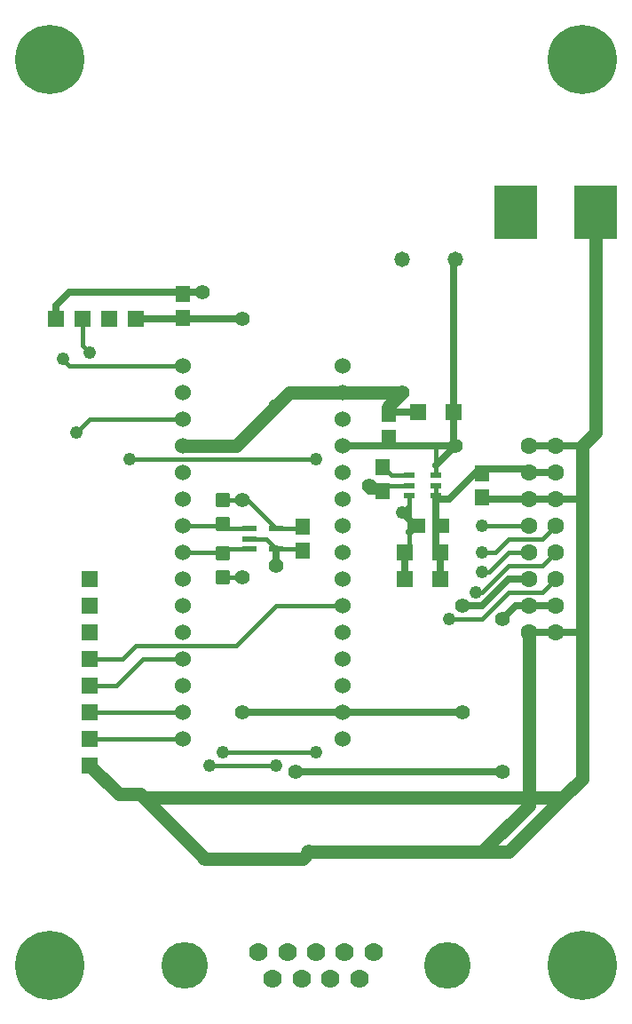
<source format=gbr>
G04 Easy-PC Gerber Version 25.0 Build 5877*
G04 #@! TF.Part,Single*
G04 #@! TF.FileFunction,Copper,L2,Bot*
G04 #@! TF.FilePolarity,Positive*
%FSLAX35Y35*%
%MOIN*%
G04 #@! TA.AperFunction,SMDPad,CuDef*
%ADD138R,0.05500X0.06000*%
G04 #@! TA.AperFunction,WasherPad*
%ADD118R,0.16000X0.20000*%
G04 #@! TA.AperFunction,ComponentPad*
%ADD124R,0.06000X0.06000*%
G04 #@! TA.AperFunction,SMDPad,CuDef*
%ADD106R,0.06300X0.06300*%
G04 #@! TD.AperFunction*
%ADD23C,0.01500*%
%ADD25C,0.02500*%
G04 #@! TA.AperFunction,ViaPad*
%ADD24C,0.04800*%
G04 #@! TD.AperFunction*
%ADD26C,0.05000*%
G04 #@! TA.AperFunction,ViaPad*
%ADD27C,0.05600*%
G04 #@! TA.AperFunction,ComponentPad*
%ADD122C,0.05819*%
G04 #@! TD.AperFunction*
%ADD113C,0.06000*%
G04 #@! TA.AperFunction,ComponentPad*
%ADD76C,0.06319*%
%ADD125C,0.07000*%
G04 #@! TA.AperFunction,SMDPad,CuDef*
%AMT137*0 Rounded Rectangle Pad at angle 90*4,1,40,0.02800,-0.01750,0.02800,0.01750,0.02785,0.01924,0.02739,0.02092,0.02666,0.02250,0.02566,0.02393,0.02443,0.02516,0.02300,0.02616,0.02142,0.02690,0.01973,0.02735,0.01800,0.02750,-0.01800,0.02750,-0.01974,0.02735,-0.02142,0.02689,-0.02300,0.02616,-0.02443,0.02516,-0.02566,0.02393,-0.02666,0.02250,-0.02740,0.02092,-0.02785,0.01923,-0.02800,0.01750,-0.02800,-0.01750,-0.02785,-0.01924,-0.02739,-0.02092,-0.02666,-0.02250,-0.02566,-0.02393,-0.02443,-0.02516,-0.02300,-0.02616,-0.02142,-0.02690,-0.01973,-0.02735,-0.01800,-0.02750,0.01800,-0.02750,0.01974,-0.02735,0.02142,-0.02689,0.02300,-0.02616,0.02443,-0.02516,0.02566,-0.02393,0.02666,-0.02250,0.02740,-0.02092,0.02785,-0.01923,0.02800,-0.01750,0*%
%ADD137T137*%
%ADD139R,0.04134X0.02165*%
%ADD136R,0.05512X0.02362*%
%ADD119R,0.06000X0.05500*%
G04 #@! TA.AperFunction,ComponentPad*
%ADD126C,0.17500*%
G04 #@! TA.AperFunction,WasherPad*
%ADD102C,0.26000*%
G04 #@! TD.AperFunction*
X0Y0D02*
D02*
D23*
X37750Y297750D02*
Y287750D01*
X40250Y285250D01*
X75250Y140250D02*
X40250D01*
X75250Y150250D02*
X40250D01*
X75250Y170250D02*
X60250D01*
X50250Y160250D01*
X40250D01*
X75250Y210250D02*
X89650D01*
X90250Y209650D01*
X75250Y220250D02*
X89650D01*
X90250Y220850D01*
X75250Y260250D02*
X40250D01*
X35250Y255250D01*
X75250Y280250D02*
X32750D01*
X30250Y282750D01*
X85250Y130250D02*
X110250D01*
X90250Y135250D02*
X125250D01*
X90250Y200850D02*
X97750D01*
X90250Y229650D02*
X97750D01*
X99511D01*
X110171Y218990D01*
X100329Y211510D02*
X92110D01*
X90250Y209650D01*
X100329Y215250D02*
X106431D01*
X110171Y211510D01*
X100329Y218990D02*
X92110D01*
X90250Y220850D01*
X110171Y211510D02*
X119490D01*
X120250Y210750D01*
X110171Y218990D02*
X119490D01*
X120250Y219750D01*
X125250Y245250D02*
X55250D01*
X135250Y190250D02*
X110250D01*
X95250Y175250D01*
X57750D01*
X52750Y170250D01*
X40250D01*
X160132Y217750D02*
Y211832D01*
X158550Y210250D01*
X160132Y231510D02*
Y227632D01*
X157750Y225250D01*
X160132Y231510D02*
Y217750D01*
Y235250D02*
X152250D01*
X150250Y233250D01*
X160132Y238990D02*
X153510D01*
X150250Y242250D01*
X170368Y235250D02*
Y231510D01*
Y238990D02*
Y242750D01*
Y245250D01*
X170250D01*
Y250250D01*
X187750Y210250D02*
X192750D01*
X197750Y215250D01*
X210250D01*
X215250Y220250D01*
X205250Y210250D02*
X197750D01*
X190250Y202750D01*
X187750D01*
X205250Y220250D02*
X187750D01*
X215250Y200250D02*
X210250Y195250D01*
X197750D01*
X187750Y185250D01*
X175250D01*
X215250Y210250D02*
X210250Y205250D01*
X197750D01*
X187750Y195250D01*
X185250D01*
D02*
D24*
X30250Y282750D03*
X35250Y255250D03*
X40250Y285250D03*
X55250Y245250D03*
X85250Y130250D03*
X90250Y135250D03*
X110250Y130250D03*
X125250Y135250D03*
Y245250D03*
X157750Y225250D03*
X175250Y185250D03*
X185250Y195250D03*
X187750Y202750D03*
Y210250D03*
Y220250D03*
D02*
D25*
X27750Y297750D02*
Y302750D01*
X32750Y307750D01*
X82750D01*
X97750Y150250D02*
X135250D01*
X97750Y297750D02*
X57750D01*
X110171Y211510D02*
Y205250D01*
X135250Y150250D02*
X180250D01*
X135250Y250250D02*
X170250D01*
X150250Y233250D02*
X145250D01*
Y235250D01*
X158550Y210250D02*
Y200250D01*
X160132Y217750D02*
X160750D01*
X163250Y220250D01*
X162750D01*
X157750Y225250D01*
X163550Y262750D02*
X153250D01*
X152750Y262250D01*
X170250Y250250D02*
X177750D01*
X170368Y231510D02*
Y230250D01*
X175250D01*
X186490Y241490D01*
X205250D01*
Y240250D01*
X170368Y231510D02*
Y211832D01*
X171950Y210250D01*
Y200250D01*
X176950Y262750D02*
Y319450D01*
X177750Y320250D01*
X176950Y262750D02*
Y249332D01*
X170368Y242750D01*
X195250Y127750D02*
X117750D01*
X195250Y185250D02*
X200250Y190250D01*
X205250D01*
Y180250D02*
X215250D01*
X205250Y190250D02*
X215250D01*
X205250Y200250D02*
X197750D01*
X187750Y190250D01*
X180250D01*
X205250Y230250D02*
X188250D01*
X187750Y230750D01*
X205250Y230250D02*
X215250D01*
X205250Y240250D02*
X215250D01*
X205250Y250250D02*
X215250D01*
Y230250D02*
X225250D01*
X215250Y250250D02*
X225250D01*
Y180250D02*
X215250D01*
D02*
D26*
X60650Y118150D02*
X217750D01*
X217950Y117950D01*
X60650Y118150D02*
X59400Y119400D01*
X51100D01*
X40250Y130250D01*
X75250Y250250D02*
X95250D01*
X110211Y265211D01*
X83550Y95250D02*
X60650Y118150D01*
X83550Y95250D02*
X120250D01*
X122750Y97750D01*
X110211Y265211D02*
X115250Y270250D01*
X135250D01*
X152750Y262250D02*
Y265250D01*
X157750Y270250D01*
X135250D01*
X187750Y97750D02*
X122750D01*
X205250Y180250D02*
Y115250D01*
X187750Y97750D01*
X217950Y117950D02*
X197750Y97750D01*
X187750D01*
X225250Y180250D02*
Y125250D01*
X217950Y117950D01*
X225250Y230250D02*
Y180250D01*
Y250250D02*
Y230250D01*
X230250Y337750D02*
Y255250D01*
X225250Y250250D01*
D02*
D27*
X82750Y307750D03*
X83550Y95250D03*
X97750Y150250D03*
Y200850D03*
Y229650D03*
Y297750D03*
X110171Y205250D03*
X110211Y265211D03*
X117750Y127750D03*
X122750Y97750D03*
X145250Y235250D03*
X157750Y270250D03*
X177750Y250250D03*
X180250Y150250D03*
Y190250D03*
X195250Y127750D03*
Y185250D03*
D02*
D76*
X205250Y180250D03*
Y190250D03*
Y200250D03*
Y210250D03*
Y220250D03*
Y230250D03*
Y240250D03*
Y250250D03*
X215250Y180250D03*
Y190250D03*
Y200250D03*
Y210250D03*
Y220250D03*
Y230250D03*
Y240250D03*
Y250250D03*
D02*
D102*
X25250Y55250D03*
Y395250D03*
X225250Y55250D03*
Y395250D03*
D02*
D106*
X158550Y200250D03*
Y210250D03*
X163550Y262750D03*
X171950Y200250D03*
Y210250D03*
X176950Y262750D03*
D02*
D113*
X75250Y140250D03*
Y150250D03*
Y160250D03*
Y170250D03*
Y180250D03*
Y190250D03*
Y200250D03*
Y210250D03*
Y220250D03*
Y230250D03*
Y240250D03*
Y250250D03*
Y260250D03*
Y270250D03*
Y280250D03*
X135250Y140250D03*
Y150250D03*
Y160250D03*
Y170250D03*
Y180250D03*
Y190250D03*
Y200250D03*
Y210250D03*
Y220250D03*
Y230250D03*
Y240250D03*
Y250250D03*
Y260250D03*
Y270250D03*
Y280250D03*
D02*
D118*
X200250Y337750D03*
X230250D03*
D02*
D119*
X163250Y220250D03*
X172250D03*
D02*
D122*
X157750Y320250D03*
X177750D03*
D02*
D124*
X27750Y297750D03*
X37750D03*
X40250Y130250D03*
Y140250D03*
Y150250D03*
Y160250D03*
Y170250D03*
Y180250D03*
Y190250D03*
Y200250D03*
X47750Y297750D03*
X57750D03*
D02*
D125*
X103650Y60250D03*
X109050Y50250D03*
X114450Y60250D03*
X119850Y50250D03*
X125250Y60250D03*
X130650Y50250D03*
X136050Y60250D03*
X141450Y50250D03*
X146850Y60250D03*
D02*
D126*
X76050Y55250D03*
X174450D03*
D02*
D136*
X100329Y211510D03*
Y215250D03*
Y218990D03*
X110171Y211510D03*
Y218990D03*
D02*
D137*
X90250Y200850D03*
Y209650D03*
Y220850D03*
Y229650D03*
D02*
D138*
X75250Y298250D03*
Y307250D03*
X120250Y210750D03*
Y219750D03*
X150250Y233250D03*
Y242250D03*
X152750Y253250D03*
Y262250D03*
X187750Y230750D03*
Y239750D03*
D02*
D139*
X160132Y231510D03*
Y235250D03*
Y238990D03*
X170368Y231510D03*
Y235250D03*
Y238990D03*
X0Y0D02*
M02*

</source>
